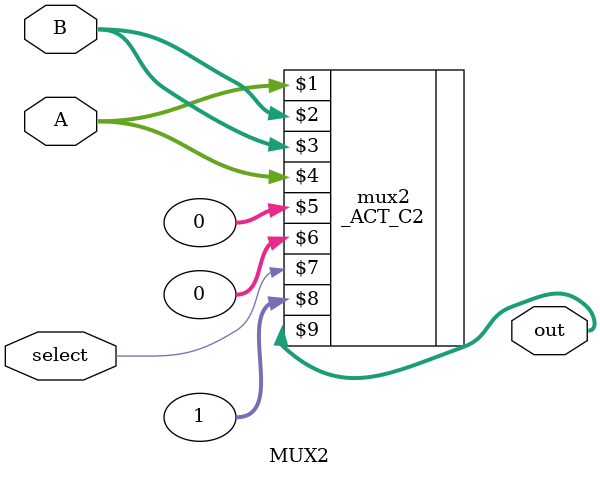
<source format=v>
module MUX2 #(parameter bits = 3) (
    input [bits - 1 : 0] A, B,
    input select,

    output [bits - 1 : 0] out
);

    _ACT_C2 #(bits) mux2(A, B, B, A, 0, 0, select, 1, out);

endmodule
</source>
